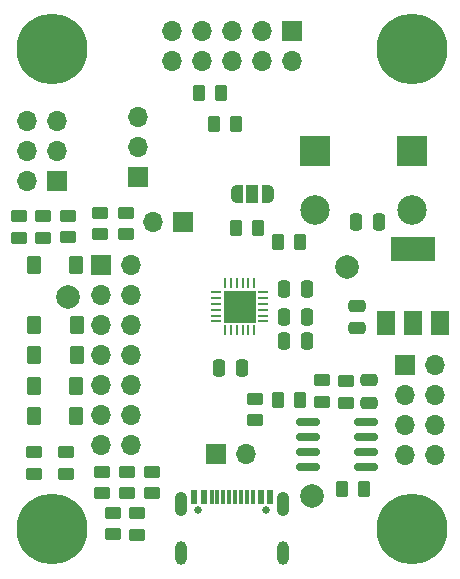
<source format=gbr>
%TF.GenerationSoftware,KiCad,Pcbnew,7.0.7-7.0.7~ubuntu23.04.1*%
%TF.CreationDate,2023-09-11T00:55:30+00:00*%
%TF.ProjectId,USBPDSINK01,55534250-4453-4494-9e4b-30312e6b6963,rev?*%
%TF.SameCoordinates,Original*%
%TF.FileFunction,Soldermask,Bot*%
%TF.FilePolarity,Negative*%
%FSLAX46Y46*%
G04 Gerber Fmt 4.6, Leading zero omitted, Abs format (unit mm)*
G04 Created by KiCad (PCBNEW 7.0.7-7.0.7~ubuntu23.04.1) date 2023-09-11 00:55:30*
%MOMM*%
%LPD*%
G01*
G04 APERTURE LIST*
G04 Aperture macros list*
%AMRoundRect*
0 Rectangle with rounded corners*
0 $1 Rounding radius*
0 $2 $3 $4 $5 $6 $7 $8 $9 X,Y pos of 4 corners*
0 Add a 4 corners polygon primitive as box body*
4,1,4,$2,$3,$4,$5,$6,$7,$8,$9,$2,$3,0*
0 Add four circle primitives for the rounded corners*
1,1,$1+$1,$2,$3*
1,1,$1+$1,$4,$5*
1,1,$1+$1,$6,$7*
1,1,$1+$1,$8,$9*
0 Add four rect primitives between the rounded corners*
20,1,$1+$1,$2,$3,$4,$5,0*
20,1,$1+$1,$4,$5,$6,$7,0*
20,1,$1+$1,$6,$7,$8,$9,0*
20,1,$1+$1,$8,$9,$2,$3,0*%
%AMFreePoly0*
4,1,19,0.550000,-0.750000,0.000000,-0.750000,0.000000,-0.744911,-0.071157,-0.744911,-0.207708,-0.704816,-0.327430,-0.627875,-0.420627,-0.520320,-0.479746,-0.390866,-0.500000,-0.250000,-0.500000,0.250000,-0.479746,0.390866,-0.420627,0.520320,-0.327430,0.627875,-0.207708,0.704816,-0.071157,0.744911,0.000000,0.744911,0.000000,0.750000,0.550000,0.750000,0.550000,-0.750000,0.550000,-0.750000,
$1*%
%AMFreePoly1*
4,1,19,0.000000,0.744911,0.071157,0.744911,0.207708,0.704816,0.327430,0.627875,0.420627,0.520320,0.479746,0.390866,0.500000,0.250000,0.500000,-0.250000,0.479746,-0.390866,0.420627,-0.520320,0.327430,-0.627875,0.207708,-0.704816,0.071157,-0.744911,0.000000,-0.744911,0.000000,-0.750000,-0.550000,-0.750000,-0.550000,0.750000,0.000000,0.750000,0.000000,0.744911,0.000000,0.744911,
$1*%
G04 Aperture macros list end*
%ADD10R,2.500000X2.500000*%
%ADD11C,2.500000*%
%ADD12C,6.000000*%
%ADD13R,1.700000X1.700000*%
%ADD14O,1.700000X1.700000*%
%ADD15RoundRect,0.166667X0.458333X0.583333X-0.458333X0.583333X-0.458333X-0.583333X0.458333X-0.583333X0*%
%ADD16RoundRect,0.166667X-0.458333X-0.583333X0.458333X-0.583333X0.458333X0.583333X-0.458333X0.583333X0*%
%ADD17RoundRect,0.250000X-0.262500X-0.450000X0.262500X-0.450000X0.262500X0.450000X-0.262500X0.450000X0*%
%ADD18RoundRect,0.250000X0.450000X-0.262500X0.450000X0.262500X-0.450000X0.262500X-0.450000X-0.262500X0*%
%ADD19C,0.650000*%
%ADD20R,0.600000X1.150000*%
%ADD21R,0.300000X1.150000*%
%ADD22O,1.000000X2.000000*%
%ADD23O,1.050000X2.100000*%
%ADD24RoundRect,0.250000X0.250000X0.475000X-0.250000X0.475000X-0.250000X-0.475000X0.250000X-0.475000X0*%
%ADD25RoundRect,0.250000X0.262500X0.450000X-0.262500X0.450000X-0.262500X-0.450000X0.262500X-0.450000X0*%
%ADD26C,2.000000*%
%ADD27RoundRect,0.250000X0.475000X-0.250000X0.475000X0.250000X-0.475000X0.250000X-0.475000X-0.250000X0*%
%ADD28RoundRect,0.150000X-0.825000X-0.150000X0.825000X-0.150000X0.825000X0.150000X-0.825000X0.150000X0*%
%ADD29RoundRect,0.250000X-0.250000X-0.475000X0.250000X-0.475000X0.250000X0.475000X-0.250000X0.475000X0*%
%ADD30R,1.500000X2.000000*%
%ADD31R,3.800000X2.000000*%
%ADD32RoundRect,0.250000X-0.450000X0.262500X-0.450000X-0.262500X0.450000X-0.262500X0.450000X0.262500X0*%
%ADD33RoundRect,0.062500X0.062500X-0.350000X0.062500X0.350000X-0.062500X0.350000X-0.062500X-0.350000X0*%
%ADD34RoundRect,0.062500X0.350000X-0.062500X0.350000X0.062500X-0.350000X0.062500X-0.350000X-0.062500X0*%
%ADD35R,2.700000X2.700000*%
%ADD36FreePoly0,180.000000*%
%ADD37R,1.000000X1.500000*%
%ADD38FreePoly1,180.000000*%
G04 APERTURE END LIST*
D10*
%TO.C,J7*%
X40600000Y42180000D03*
X32400000Y42180000D03*
D11*
X40600000Y37180000D03*
X32400000Y37180000D03*
%TD*%
D12*
%TO.C,M3*%
X10160000Y10160000D03*
%TD*%
D13*
%TO.C,J2*%
X30475000Y52380000D03*
D14*
X30475000Y49840000D03*
X27935000Y52380000D03*
X27935000Y49840000D03*
X25395000Y52380000D03*
X25395000Y49840000D03*
X22855000Y52380000D03*
X22855000Y49840000D03*
X20315000Y52380000D03*
X20315000Y49840000D03*
%TD*%
D13*
%TO.C,JP3*%
X17400000Y39980000D03*
D14*
X17400000Y42520000D03*
X17400000Y45060000D03*
%TD*%
D13*
%TO.C,J4*%
X10600000Y39655000D03*
D14*
X8060000Y39655000D03*
X10600000Y42195000D03*
X8060000Y42195000D03*
X10600000Y44735000D03*
X8060000Y44735000D03*
%TD*%
D13*
%TO.C,J5*%
X24000000Y16570000D03*
D14*
X26540000Y16570000D03*
%TD*%
D12*
%TO.C,M2*%
X40640000Y50800000D03*
%TD*%
%TO.C,M1*%
X10160000Y50800000D03*
%TD*%
D13*
%TO.C,J3*%
X40000000Y24100000D03*
D14*
X42540000Y24100000D03*
X40000000Y21560000D03*
X42540000Y21560000D03*
X40000000Y19020000D03*
X42540000Y19020000D03*
X40000000Y16480000D03*
X42540000Y16480000D03*
%TD*%
D13*
%TO.C,J6*%
X14255000Y32525000D03*
D14*
X16795000Y32525000D03*
X14255000Y29985000D03*
X16795000Y29985000D03*
X14255000Y27445000D03*
X16795000Y27445000D03*
X14255000Y24905000D03*
X16795000Y24905000D03*
X14255000Y22365000D03*
X16795000Y22365000D03*
X14255000Y19825000D03*
X16795000Y19825000D03*
X14255000Y17285000D03*
X16795000Y17285000D03*
%TD*%
D12*
%TO.C,M4*%
X40640000Y10160000D03*
%TD*%
D13*
%TO.C,JP1*%
X21240000Y36180000D03*
D14*
X18700000Y36180000D03*
%TD*%
D15*
%TO.C,D5*%
X12225000Y27480000D03*
D16*
X8625000Y27480000D03*
%TD*%
D17*
%TO.C,R10*%
X29287500Y21100000D03*
X31112500Y21100000D03*
%TD*%
D18*
%TO.C,R12*%
X33000000Y20987500D03*
X33000000Y22812500D03*
%TD*%
D19*
%TO.C,J1*%
X28290000Y11815000D03*
X22510000Y11815000D03*
D20*
X28600000Y12890000D03*
X27800000Y12890000D03*
D21*
X26650000Y12890000D03*
X25650000Y12890000D03*
X25150000Y12890000D03*
X24150000Y12890000D03*
D20*
X22200000Y12890000D03*
X23000000Y12890000D03*
D21*
X23650000Y12890000D03*
X24650000Y12890000D03*
X26150000Y12890000D03*
X27150000Y12890000D03*
D22*
X29720000Y8135000D03*
X21080000Y8135000D03*
D23*
X29720000Y12315000D03*
X21080000Y12315000D03*
%TD*%
D24*
%TO.C,C5*%
X37800000Y36230000D03*
X35900000Y36230000D03*
%TD*%
D25*
%TO.C,R8*%
X36525000Y13600000D03*
X34700000Y13600000D03*
%TD*%
%TO.C,R22*%
X31125000Y34480000D03*
X29300000Y34480000D03*
%TD*%
D26*
%TO.C,FID3*%
X35100000Y32380000D03*
%TD*%
D27*
%TO.C,C6*%
X36000000Y27180000D03*
X36000000Y29080000D03*
%TD*%
D28*
%TO.C,Q2*%
X31820000Y15460000D03*
X31820000Y16730000D03*
X31820000Y18000000D03*
X31820000Y19270000D03*
X36770000Y19270000D03*
X36770000Y18000000D03*
X36770000Y16730000D03*
X36770000Y15460000D03*
%TD*%
D29*
%TO.C,C2*%
X29800000Y30480000D03*
X31700000Y30480000D03*
%TD*%
D30*
%TO.C,U2*%
X43000000Y27630000D03*
X40700000Y27630000D03*
D31*
X40700000Y33930000D03*
D30*
X38400000Y27630000D03*
%TD*%
D24*
%TO.C,C8*%
X26200000Y23850000D03*
X24300000Y23850000D03*
%TD*%
D32*
%TO.C,R16*%
X14190000Y36975000D03*
X14190000Y35150000D03*
%TD*%
D18*
%TO.C,R9*%
X27300000Y19425000D03*
X27300000Y21250000D03*
%TD*%
D32*
%TO.C,R6*%
X11470000Y36715000D03*
X11470000Y34890000D03*
%TD*%
D29*
%TO.C,C1*%
X29800000Y26080000D03*
X31700000Y26080000D03*
%TD*%
D18*
%TO.C,R20*%
X16480000Y13230000D03*
X16480000Y15055000D03*
%TD*%
D32*
%TO.C,R18*%
X17310000Y11560000D03*
X17310000Y9735000D03*
%TD*%
D15*
%TO.C,D3*%
X12215000Y22346668D03*
D16*
X8615000Y22346668D03*
%TD*%
D26*
%TO.C,FID2*%
X32200000Y12980000D03*
%TD*%
D17*
%TO.C,R13*%
X23900000Y44500000D03*
X25725000Y44500000D03*
%TD*%
D15*
%TO.C,D2*%
X12225000Y24913334D03*
D16*
X8625000Y24913334D03*
%TD*%
D26*
%TO.C,FID1*%
X11500000Y29880000D03*
%TD*%
D18*
%TO.C,R3*%
X11300000Y14870000D03*
X11300000Y16695000D03*
%TD*%
D33*
%TO.C,U1*%
X27275000Y27062500D03*
X26775000Y27062500D03*
X26275000Y27062500D03*
X25775000Y27062500D03*
X25275000Y27062500D03*
X24775000Y27062500D03*
D34*
X24062500Y27775000D03*
X24062500Y28275000D03*
X24062500Y28775000D03*
X24062500Y29275000D03*
X24062500Y29775000D03*
X24062500Y30275000D03*
D33*
X24775000Y30987500D03*
X25275000Y30987500D03*
X25775000Y30987500D03*
X26275000Y30987500D03*
X26775000Y30987500D03*
X27275000Y30987500D03*
D34*
X27987500Y30275000D03*
X27987500Y29775000D03*
X27987500Y29275000D03*
X27987500Y28775000D03*
X27987500Y28275000D03*
X27987500Y27775000D03*
D35*
X26025000Y29025000D03*
%TD*%
D32*
%TO.C,R17*%
X15270000Y11570000D03*
X15270000Y9745000D03*
%TD*%
D15*
%TO.C,D1*%
X12190000Y32515000D03*
D16*
X8590000Y32515000D03*
%TD*%
D32*
%TO.C,R15*%
X16380000Y36972500D03*
X16380000Y35147500D03*
%TD*%
D15*
%TO.C,D4*%
X12200000Y19780000D03*
D16*
X8600000Y19780000D03*
%TD*%
D32*
%TO.C,R7*%
X7370000Y36702500D03*
X7370000Y34877500D03*
%TD*%
%TO.C,R5*%
X9420000Y36702500D03*
X9420000Y34877500D03*
%TD*%
D29*
%TO.C,C7*%
X29800000Y28190000D03*
X31700000Y28190000D03*
%TD*%
D36*
%TO.C,JP2*%
X28400000Y38522500D03*
D37*
X27100000Y38522500D03*
D38*
X25800000Y38522500D03*
%TD*%
D18*
%TO.C,R21*%
X14410000Y13230000D03*
X14410000Y15055000D03*
%TD*%
D27*
%TO.C,C4*%
X37000000Y20900000D03*
X37000000Y22800000D03*
%TD*%
D25*
%TO.C,R14*%
X24412500Y47100000D03*
X22587500Y47100000D03*
%TD*%
%TO.C,R1*%
X27575000Y35680000D03*
X25750000Y35680000D03*
%TD*%
D18*
%TO.C,R4*%
X8600000Y14900000D03*
X8600000Y16725000D03*
%TD*%
D32*
%TO.C,R11*%
X35000000Y22725000D03*
X35000000Y20900000D03*
%TD*%
D18*
%TO.C,R19*%
X18570000Y13225000D03*
X18570000Y15050000D03*
%TD*%
M02*

</source>
